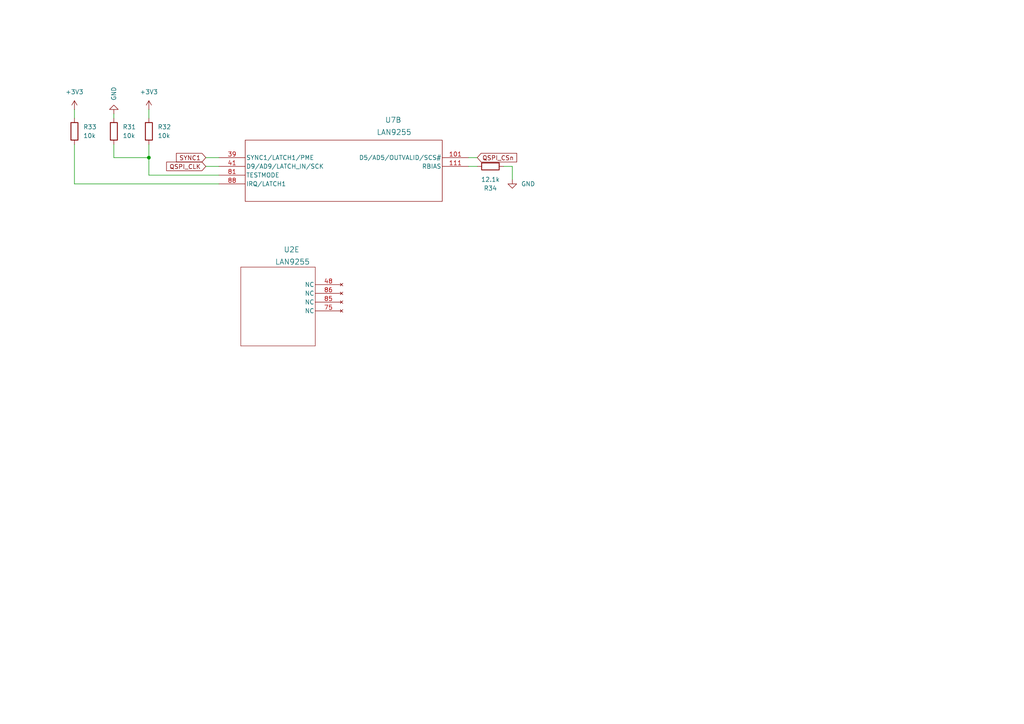
<source format=kicad_sch>
(kicad_sch (version 20231120) (generator "eeschema") (generator_version "8.0")
  (paper "A4")
  (lib_symbols
    (symbol "Device:R" (pin_numbers hide) (pin_names (offset 0))
      (property "Reference" "R" (at 2.032 0 90))
      (property "Value" "R" (at 0 0 90))
      (symbol "R_0_1"
        (rectangle (start -1.016 -2.54) (end 1.016 2.54) (stroke (width 0.254)))
      )
      (symbol "R_1_1"
        (pin passive line (at 0 3.81 270) (length 1.27) (name "~") (number "1"))
        (pin passive line (at 0 -3.81 90) (length 1.27) (name "~") (number "2"))
      )
    )
    (symbol "LAN9255_1" (pin_names (offset 0.254))
      (property "Reference" "U7" (at 48.006 -1.778 0))
      (property "Value" "LAN9255" (at 48.26 -5.334 0))
      (symbol "LAN9255_1_1_1"
        (rectangle (start 93.98 6.35) (end 160.02 -16.51))
        (pin bidirectional line (at 167.64 -10.16 180) (length 7.62) (name "WAIT_ACK/PME/LATCH0/EE_EMUL_SPI3") (number "18"))
        (pin bidirectional line (at 167.64 -2.54 180) (length 7.62) (name "D2/AD2/SOF/SIO2/EE_EMUL_SPI0") (number "24"))
        (pin bidirectional line (at 167.64 0 180) (length 7.62) (name "D1/AD1/EOF/SO/SIO1") (number "26"))
        (pin bidirectional line (at 167.64 2.54 180) (length 7.62) (name "D0/AD0/WD_STATE/SI/SIO0") (number "38"))
        (pin bidirectional line (at 167.64 -7.62 180) (length 7.62) (name "A1/ALELO/OE_EXT/MII_CLK25/EE_EMUL_SPI2") (number "53"))
        (pin bidirectional line (at 167.64 -5.08 180) (length 7.62) (name "D3/AD3/WE_TRIG/SIO3/EE_EMUL_SPI1") (number "71"))
      )
      (symbol "LAN9255_1_2_1"
        (rectangle (start 5.08 -7.62) (end 62.23 -25.4))
        (pin bidirectional line (at 69.85 -12.7 180) (length 7.62) (name "D5/AD5/OUTVALID/SCS#") (number "101"))
        (pin bidirectional line (at 69.85 -15.24 180) (length 7.62) (name "RBIAS") (number "111"))
        (pin bidirectional line (at -2.54 -12.7 0) (length 7.62) (name "SYNC1/LATCH1/PME") (number "39"))
        (pin bidirectional line (at -2.54 -15.24 0) (length 7.62) (name "D9/AD9/LATCH_IN/SCK") (number "41"))
        (pin unspecified line (at -2.54 -17.78 0) (length 7.62) (name "TESTMODE") (number "81"))
        (pin bidirectional line (at -2.54 -20.32 0) (length 7.62) (name "IRQ/LATCH1") (number "88"))
      )
      (symbol "LAN9255_1_3_1"
        (polyline (pts (xy 8.89 -97.79) (xy 63.5 -97.79)) (stroke (width 0.127)))
        (polyline (pts (xy 8.89 -6.35) (xy 8.89 -97.79)) (stroke (width 0.127)))
        (polyline (pts (xy 63.5 -6.35) (xy 8.89 -6.35)) (stroke (width 0.127)))
        (polyline (pts (xy 63.5 -6.35) (xy 63.5 -97.79)) (stroke (width 0.127)))
        (pin power_in line (at 1.27 -17.78 0) (length 7.62) (name "VDD33TXRX1") (number "102"))
        (pin power_in line (at 1.27 -85.09 0) (length 7.62) (name "VDDCORE") (number "109"))
        (pin power_in line (at 71.12 -45.72 180) (length 7.62) (name "VDD12TX1") (number "110"))
        (pin power_in line (at 1.27 -22.86 0) (length 7.62) (name "VDD33BIAS") (number "112"))
        (pin power_in line (at 71.12 -43.18 180) (length 7.62) (name "VDD12TX2") (number "113"))
        (pin power_in line (at 1.27 -82.55 0) (length 7.62) (name "VSW") (number "114"))
        (pin power_in line (at 1.27 -52.07 0) (length 7.62) (name "VDDIO_S") (number "117"))
        (pin power_in line (at 1.27 -38.1 0) (length 7.62) (name "VDDCR") (number "12"))
        (pin power_in line (at 1.27 -20.32 0) (length 7.62) (name "VDD33TXRX2") (number "124"))
        (pin unspecified line (at 1.27 -27.94 0) (length 7.62) (name "REG_EN") (number "13"))
        (pin power_out line (at 69.85 -83.82 180) (length 7.62) (name "GNDANA") (number "15"))
        (pin power_in line (at 69.85 -81.28 180) (length 7.62) (name "VDDANA") (number "16"))
        (pin power_in line (at 1.27 -73.66 0) (length 7.62) (name "VDDIO_J") (number "29"))
        (pin power_in line (at 1.27 -49.53 0) (length 7.62) (name "VDDIOB") (number "37"))
        (pin power_in line (at 71.12 -17.78 180) (length 7.62) hide (name "OSCVDD12") (number "4"))
        (pin power_in line (at 1.27 -63.5 0) (length 7.62) (name "VDDIO_J") (number "45"))
        (pin power_in line (at 1.27 -43.18 0) (length 7.62) (name "VDDCR") (number "52"))
        (pin power_out line (at 71.12 -15.24 180) (length 7.62) (name "OSCVSS") (number "6"))
        (pin power_in line (at 1.27 -66.04 0) (length 7.62) (name "VDDIO_J") (number "60"))
        (pin power_in line (at 1.27 -54.61 0) (length 7.62) (name "VDDIO_S") (number "65"))
        (pin power_in line (at 1.27 -15.24 0) (length 7.62) (name "VDD33") (number "7"))
        (pin power_in line (at 1.27 -68.58 0) (length 7.62) (name "VDDIO_J") (number "74"))
        (pin power_in line (at 1.27 -40.64 0) (length 7.62) (name "VDDCR") (number "76"))
        (pin power_in line (at 1.27 -71.12 0) (length 7.62) (name "VDDIO_J") (number "94"))
        (pin power_in line (at 1.27 -57.15 0) (length 7.62) (name "VDDIO_S") (number "97"))
        (pin power_out line (at 63.5 -66.04 180) (length 7.62) (name "VSS") (number "EPAD"))
      )
      (symbol "LAN9255_1_4_1"
        (polyline (pts (xy 7.62 -21.59) (xy 76.2 -21.59)) (stroke (width 0.127)))
        (polyline (pts (xy 7.62 5.08) (xy 7.62 -21.59)) (stroke (width 0.127)))
        (polyline (pts (xy 76.2 -21.59) (xy 76.2 5.08)) (stroke (width 0.127)))
        (polyline (pts (xy 76.2 5.08) (xy 7.62 5.08)) (stroke (width 0.127)))
        (pin output line (at 0 -1.27 0) (length 7.62) (name "OSCO") (number "1"))
        (pin unspecified line (at 83.82 1.27 180) (length 7.62) (name "RESETN_E53") (number "108"))
        (pin input line (at 0 2.54 0) (length 7.62) (name "OSCI") (number "128"))
        (pin bidirectional line (at 0 -7.62 0) (length 7.62) (name "CLK_25/CLK_25_EN/XTAL_MODE") (number "14"))
        (pin unspecified line (at 83.82 -6.35 180) (length 7.62) (name "RST#") (number "21"))
      )
      (symbol "LAN9255_1_5_1"
        (polyline (pts (xy 7.62 -17.78) (xy 29.21 -17.78)) (stroke (width 0.127)))
        (polyline (pts (xy 7.62 5.08) (xy 7.62 -17.78)) (stroke (width 0.127)))
        (polyline (pts (xy 29.21 -17.78) (xy 29.21 5.08)) (stroke (width 0.127)))
        (polyline (pts (xy 29.21 5.08) (xy 7.62 5.08)) (stroke (width 0.127)))
        (pin no_connect line (at 36.83 0 180) (length 7.62) (name "NC") (number "48"))
        (pin no_connect line (at 36.83 -7.62 180) (length 7.62) (name "NC") (number "75"))
        (pin no_connect line (at 36.83 -5.08 180) (length 7.62) (name "NC") (number "85"))
        (pin no_connect line (at 36.83 -2.54 180) (length 7.62) (name "NC") (number "86"))
      )
      (symbol "LAN9255_1_6_1"
        (rectangle (start 69.85 -5.08) (end 133.35 -78.74))
        (pin bidirectional line (at 140.97 -10.16 180) (length 7.62) (name "TXNA") (number "103"))
        (pin bidirectional line (at 140.97 -13.97 180) (length 7.62) (name "TXPA") (number "104"))
        (pin bidirectional line (at 140.97 -17.78 180) (length 7.62) (name "RXNA") (number "105"))
        (pin bidirectional line (at 140.97 -21.59 180) (length 7.62) (name "RXPA") (number "106"))
        (pin bidirectional line (at 140.97 -59.69 180) (length 7.62) (name "RXPB") (number "115"))
        (pin bidirectional line (at 140.97 -63.5 180) (length 7.62) (name "RXNB") (number "116"))
        (pin bidirectional line (at 140.97 -67.31 180) (length 7.62) (name "TXPB") (number "118"))
        (pin bidirectional line (at 140.97 -71.12 180) (length 7.62) (name "TXNB") (number "119"))
        (pin bidirectional line (at 62.23 -10.16 0) (length 7.62) (name "ERRLED/PME/100FD_B/LEDPOL4") (number "17"))
        (pin bidirectional line (at 62.23 -15.24 0) (length 7.62) (name "SYNC0/LATCH0/PME") (number "70"))
        (pin bidirectional line (at 62.23 -20.32 0) (length 7.62) (name "EESDA/TMS/EE_EMUL1") (number "82"))
        (pin bidirectional line (at 62.23 -25.4 0) (length 7.62) (name "EESCL/TCK/EE_EMUL2") (number "83"))
        (pin bidirectional line (at 62.23 -30.48 0) (length 7.62) (name "RUNLED/STATE_RUNLED/E2PSIZE/EE_EMUL0/LEDPOL3") (number "89"))
        (pin bidirectional line (at 62.23 -35.56 0) (length 7.62) (name "LINKACTLED1/TDI/CHIP_MODE1/LEDPOL1") (number "90"))
        (pin bidirectional line (at 62.23 -40.64 0) (length 7.62) (name "LINKACTLED0/TDO/CHIP_MODE0/LEDPOL0") (number "95"))
      )
      (symbol "LAN9255_1_7_1"
        (rectangle (start 64.77 7.62) (end 160.02 -60.96))
        (pin bidirectional line (at 167.64 -35.56 180) (length 7.62) (name "D4/AD4/DIGIO3/GPI3/GPO3/MII_LINK") (number "100"))
        (pin bidirectional line (at 167.64 -50.8 180) (length 7.62) (name "D14/AD14/DIGIO8/GPI8/GPO8/MII_TXD3/TX_SHIFT1") (number "31"))
        (pin bidirectional line (at 167.64 -48.26 180) (length 7.62) (name "D13/AD13/DIGIO7/GPI7/GPO7/MII_TXD2/TX_SHIFT0") (number "32"))
        (pin bidirectional line (at 167.64 -22.86 180) (length 7.62) (name "D12/AD12/DIGIO6/GPI6/GPO6/MII_TXD1/100FD_B") (number "49"))
        (pin bidirectional line (at 167.64 -20.32 180) (length 7.62) (name "D11/AD11/DIGIO5/GPI5/GPO5/MII_TXD0/100FD_A") (number "50"))
        (pin bidirectional line (at 167.64 -17.78 180) (length 7.62) (name "D10/AD10/DIGIO4/GPI4/GPO4/MII_TXEN") (number "51"))
        (pin bidirectional line (at 167.64 -10.16 180) (length 7.62) (name "A3/BE0/DIGIO11/GPI11/GPO11/MII_RXDV") (number "54"))
        (pin bidirectional line (at 167.64 -7.62 180) (length 7.62) (name "A4/BE1/DIGIO12/GPI12/GPO12/MII_RXD0") (number "55"))
        (pin bidirectional line (at 167.64 -5.08 180) (length 7.62) (name "CS/DIGIO13/GPI13/GPO13/MII_RXD1") (number "56"))
        (pin bidirectional line (at 167.64 -43.18 180) (length 7.62) (name "A2/ALEHI/DIGIO10/GPI10/GPO10/LINKACTLED2/EE_EMUL_ALELO_POL/MII_LINKPOL/LEDPOL2") (number "57"))
        (pin bidirectional line (at 167.64 0 180) (length 7.62) (name "WR/ENB/DIGIO14/GPI14/GPO14/MII_RXD2") (number "58"))
        (pin bidirectional line (at 167.64 2.54 180) (length 7.62) (name "RD/RD_WR/DIGIO15/GPI15/GPO15/MII_RXD3") (number "59"))
        (pin bidirectional line (at 167.64 -38.1 180) (length 7.62) (name "A0/D15/AD15/DIGIO9/GPI9/GPO9/MII_RXER") (number "66"))
        (pin bidirectional line (at 167.64 -27.94 180) (length 7.62) (name "D6/AD6/DIGIO0/GPI0/GPO0/MII_RXCLK") (number "72"))
        (pin bidirectional line (at 167.64 -30.48 180) (length 7.62) (name "D7/AD7/DIGIO1/GPI1/GPO1/MII_MDC") (number "78"))
        (pin bidirectional line (at 167.64 -33.02 180) (length 7.62) (name "D8/AD8/DIGIO2/GPI2/GPO2/MII_MDIO") (number "80"))
      )
      (symbol "LAN9255_1_8_1"
        (rectangle (start 118.11 6.35) (end 160.02 -78.74))
        (pin bidirectional line (at 167.64 -24.13 180) (length 7.62) (name "PA27") (number "107"))
        (pin bidirectional line (at 167.64 -29.21 180) (length 7.62) (name "PA30") (number "120"))
        (pin bidirectional line (at 167.64 -26.67 180) (length 7.62) (name "PA31") (number "121"))
        (pin bidirectional line (at 167.64 -60.96 180) (length 7.62) (name "PA04") (number "25"))
        (pin bidirectional line (at 167.64 -58.42 180) (length 7.62) (name "PA05") (number "27"))
        (pin bidirectional line (at 167.64 -55.88 180) (length 7.62) (name "PA06") (number "28"))
        (pin bidirectional line (at 167.64 -71.12 180) (length 7.62) (name "PA00") (number "3"))
        (pin bidirectional line (at 167.64 -53.34 180) (length 7.62) (name "PA07") (number "30"))
        (pin bidirectional line (at 167.64 -50.8 180) (length 7.62) (name "PA08") (number "33"))
        (pin bidirectional line (at 167.64 -48.26 180) (length 7.62) (name "PA09") (number "34"))
        (pin bidirectional line (at 167.64 -45.72 180) (length 7.62) (name "PA10") (number "35"))
        (pin bidirectional line (at 167.64 -43.18 180) (length 7.62) (name "PA11") (number "36"))
        (pin bidirectional line (at 167.64 -68.58 180) (length 7.62) (name "PA01") (number "5"))
        (pin bidirectional line (at 167.64 -40.64 180) (length 7.62) (name "PA12") (number "61"))
        (pin bidirectional line (at 167.64 -38.1 180) (length 7.62) (name "PA13") (number "62"))
        (pin bidirectional line (at 167.64 -35.56 180) (length 7.62) (name "PA14") (number "63"))
        (pin bidirectional line (at 167.64 -33.02 180) (length 7.62) (name "PA15") (number "64"))
        (pin bidirectional line (at 167.64 0 180) (length 7.62) (name "PA16") (number "67"))
        (pin bidirectional line (at 167.64 -2.54 180) (length 7.62) (name "PA17") (number "68"))
        (pin bidirectional line (at 167.64 -5.08 180) (length 7.62) (name "PA18") (number "69"))
        (pin bidirectional line (at 167.64 -7.62 180) (length 7.62) (name "PA19") (number "73"))
        (pin bidirectional line (at 167.64 -66.04 180) (length 7.62) (name "PA02") (number "8"))
        (pin bidirectional line (at 167.64 -10.16 180) (length 7.62) (name "PA20") (number "84"))
        (pin bidirectional line (at 167.64 -12.7 180) (length 7.62) (name "PA21") (number "87"))
        (pin bidirectional line (at 167.64 -63.5 180) (length 7.62) (name "PA03") (number "9"))
        (pin bidirectional line (at 167.64 -15.24 180) (length 7.62) (name "PA22") (number "91"))
        (pin bidirectional line (at 167.64 -17.78 180) (length 7.62) (name "PA23") (number "92"))
        (pin bidirectional line (at 167.64 -20.32 180) (length 7.62) (name "PA24") (number "93"))
        (pin bidirectional line (at 167.64 2.54 180) (length 7.62) (name "PA25") (number "96"))
      )
      (symbol "LAN9255_1_9_1"
        (rectangle (start 107.95 6.35) (end 160.02 -71.12))
        (pin bidirectional line (at 167.64 -1.27 180) (length 7.62) (name "PB04") (number "10"))
        (pin bidirectional line (at 167.64 -3.81 180) (length 7.62) (name "PB05") (number "11"))
        (pin bidirectional line (at 167.64 -35.56 180) (length 7.62) (name "PB30") (number "122"))
        (pin bidirectional line (at 167.64 -33.02 180) (length 7.62) (name "PB31") (number "123"))
        (pin bidirectional line (at 167.64 -60.96 180) (length 7.62) (name "PB00") (number "125"))
        (pin bidirectional line (at 167.64 -58.42 180) (length 7.62) (name "PB01") (number "126"))
        (pin bidirectional line (at 167.64 -55.88 180) (length 7.62) (name "PB02") (number "127"))
        (pin bidirectional line (at 167.64 -6.35 180) (length 7.62) (name "PB06") (number "19"))
        (pin bidirectional line (at 167.64 1.27 180) (length 7.62) (name "PB03") (number "2"))
        (pin bidirectional line (at 167.64 -8.89 180) (length 7.62) (name "PB07") (number "20"))
        (pin bidirectional line (at 167.64 -11.43 180) (length 7.62) (name "PB08") (number "22"))
        (pin bidirectional line (at 167.64 -13.97 180) (length 7.62) (name "PB09") (number "23"))
        (pin bidirectional line (at 167.64 -16.51 180) (length 7.62) (name "PB10") (number "40"))
        (pin bidirectional line (at 167.64 -19.05 180) (length 7.62) (name "PB11") (number "42"))
        (pin bidirectional line (at 167.64 -21.59 180) (length 7.62) (name "PB12") (number "43"))
        (pin bidirectional line (at 167.64 -24.13 180) (length 7.62) (name "PB13") (number "44"))
        (pin bidirectional line (at 167.64 -26.67 180) (length 7.62) (name "PB14") (number "46"))
        (pin bidirectional line (at 167.64 -29.21 180) (length 7.62) (name "PB15") (number "47"))
        (pin bidirectional line (at 167.64 -48.26 180) (length 7.62) (name "PB16") (number "77"))
        (pin bidirectional line (at 167.64 -45.72 180) (length 7.62) (name "PB17") (number "79"))
        (pin bidirectional line (at 167.64 -43.18 180) (length 7.62) (name "PB22") (number "98"))
        (pin bidirectional line (at 167.64 -40.64 180) (length 7.62) (name "PB23") (number "99"))
      )
    )
    (symbol "LAN9255_3" (pin_names (offset 0.254))
      (property "Reference" "U7" (at 48.006 -1.778 0))
      (property "Value" "LAN9255" (at 48.26 -5.334 0))
      (symbol "LAN9255_3_1_1"
        (rectangle (start 93.98 6.35) (end 160.02 -16.51))
        (pin bidirectional line (at 167.64 -10.16 180) (length 7.62) (name "WAIT_ACK/PME/LATCH0/EE_EMUL_SPI3") (number "18"))
        (pin bidirectional line (at 167.64 -2.54 180) (length 7.62) (name "D2/AD2/SOF/SIO2/EE_EMUL_SPI0") (number "24"))
        (pin bidirectional line (at 167.64 0 180) (length 7.62) (name "D1/AD1/EOF/SO/SIO1") (number "26"))
        (pin bidirectional line (at 167.64 2.54 180) (length 7.62) (name "D0/AD0/WD_STATE/SI/SIO0") (number "38"))
        (pin bidirectional line (at 167.64 -7.62 180) (length 7.62) (name "A1/ALELO/OE_EXT/MII_CLK25/EE_EMUL_SPI2") (number "53"))
        (pin bidirectional line (at 167.64 -5.08 180) (length 7.62) (name "D3/AD3/WE_TRIG/SIO3/EE_EMUL_SPI1") (number "71"))
      )
      (symbol "LAN9255_3_2_1"
        (rectangle (start 5.08 -7.62) (end 62.23 -25.4))
        (pin bidirectional line (at 69.85 -12.7 180) (length 7.62) (name "D5/AD5/OUTVALID/SCS#") (number "101"))
        (pin bidirectional line (at 69.85 -15.24 180) (length 7.62) (name "RBIAS") (number "111"))
        (pin bidirectional line (at -2.54 -12.7 0) (length 7.62) (name "SYNC1/LATCH1/PME") (number "39"))
        (pin bidirectional line (at -2.54 -15.24 0) (length 7.62) (name "D9/AD9/LATCH_IN/SCK") (number "41"))
        (pin unspecified line (at -2.54 -17.78 0) (length 7.62) (name "TESTMODE") (number "81"))
        (pin bidirectional line (at -2.54 -20.32 0) (length 7.62) (name "IRQ/LATCH1") (number "88"))
      )
      (symbol "LAN9255_3_3_1"
        (polyline (pts (xy 8.89 -97.79) (xy 63.5 -97.79)) (stroke (width 0.127)))
        (polyline (pts (xy 8.89 -6.35) (xy 8.89 -97.79)) (stroke (width 0.127)))
        (polyline (pts (xy 63.5 -6.35) (xy 8.89 -6.35)) (stroke (width 0.127)))
        (polyline (pts (xy 63.5 -6.35) (xy 63.5 -97.79)) (stroke (width 0.127)))
        (pin power_in line (at 1.27 -17.78 0) (length 7.62) (name "VDD33TXRX1") (number "102"))
        (pin power_in line (at 1.27 -85.09 0) (length 7.62) (name "VDDCORE") (number "109"))
        (pin power_in line (at 71.12 -45.72 180) (length 7.62) (name "VDD12TX1") (number "110"))
        (pin power_in line (at 1.27 -22.86 0) (length 7.62) (name "VDD33BIAS") (number "112"))
        (pin power_in line (at 71.12 -43.18 180) (length 7.62) (name "VDD12TX2") (number "113"))
        (pin power_in line (at 1.27 -82.55 0) (length 7.62) (name "VSW") (number "114"))
        (pin power_in line (at 1.27 -52.07 0) (length 7.62) (name "VDDIO_S") (number "117"))
        (pin power_in line (at 1.27 -38.1 0) (length 7.62) (name "VDDCR") (number "12"))
        (pin power_in line (at 1.27 -20.32 0) (length 7.62) (name "VDD33TXRX2") (number "124"))
        (pin unspecified line (at 1.27 -27.94 0) (length 7.62) (name "REG_EN") (number "13"))
        (pin power_out line (at 69.85 -83.82 180) (length 7.62) (name "GNDANA") (number "15"))
        (pin power_in line (at 69.85 -81.28 180) (length 7.62) (name "VDDANA") (number "16"))
        (pin power_in line (at 1.27 -73.66 0) (length 7.62) (name "VDDIO_J") (number "29"))
        (pin power_in line (at 1.27 -49.53 0) (length 7.62) (name "VDDIOB") (number "37"))
        (pin power_in line (at 71.12 -17.78 180) (length 7.62) hide (name "OSCVDD12") (number "4"))
        (pin power_in line (at 1.27 -63.5 0) (length 7.62) (name "VDDIO_J") (number "45"))
        (pin power_in line (at 1.27 -43.18 0) (length 7.62) (name "VDDCR") (number "52"))
        (pin power_out line (at 71.12 -15.24 180) (length 7.62) (name "OSCVSS") (number "6"))
        (pin power_in line (at 1.27 -66.04 0) (length 7.62) (name "VDDIO_J") (number "60"))
        (pin power_in line (at 1.27 -54.61 0) (length 7.62) (name "VDDIO_S") (number "65"))
        (pin power_in line (at 1.27 -15.24 0) (length 7.62) (name "VDD33") (number "7"))
        (pin power_in line (at 1.27 -68.58 0) (length 7.62) (name "VDDIO_J") (number "74"))
        (pin power_in line (at 1.27 -40.64 0) (length 7.62) (name "VDDCR") (number "76"))
        (pin power_in line (at 1.27 -71.12 0) (length 7.62) (name "VDDIO_J") (number "94"))
        (pin power_in line (at 1.27 -57.15 0) (length 7.62) (name "VDDIO_S") (number "97"))
        (pin power_out line (at 63.5 -66.04 180) (length 7.62) (name "VSS") (number "EPAD"))
      )
      (symbol "LAN9255_3_4_1"
        (polyline (pts (xy 7.62 -21.59) (xy 76.2 -21.59)) (stroke (width 0.127)))
        (polyline (pts (xy 7.62 5.08) (xy 7.62 -21.59)) (stroke (width 0.127)))
        (polyline (pts (xy 76.2 -21.59) (xy 76.2 5.08)) (stroke (width 0.127)))
        (polyline (pts (xy 76.2 5.08) (xy 7.62 5.08)) (stroke (width 0.127)))
        (pin output line (at 0 -1.27 0) (length 7.62) (name "OSCO") (number "1"))
        (pin unspecified line (at 83.82 1.27 180) (length 7.62) (name "RESETN_E53") (number "108"))
        (pin input line (at 0 2.54 0) (length 7.62) (name "OSCI") (number "128"))
        (pin bidirectional line (at 0 -7.62 0) (length 7.62) (name "CLK_25/CLK_25_EN/XTAL_MODE") (number "14"))
        (pin unspecified line (at 83.82 -6.35 180) (length 7.62) (name "RST#") (number "21"))
      )
      (symbol "LAN9255_3_5_1"
        (polyline (pts (xy 7.62 -17.78) (xy 29.21 -17.78)) (stroke (width 0.127)))
        (polyline (pts (xy 7.62 5.08) (xy 7.62 -17.78)) (stroke (width 0.127)))
        (polyline (pts (xy 29.21 -17.78) (xy 29.21 5.08)) (stroke (width 0.127)))
        (polyline (pts (xy 29.21 5.08) (xy 7.62 5.08)) (stroke (width 0.127)))
        (pin no_connect line (at 36.83 0 180) (length 7.62) (name "NC") (number "48"))
        (pin no_connect line (at 36.83 -7.62 180) (length 7.62) (name "NC") (number "75"))
        (pin no_connect line (at 36.83 -5.08 180) (length 7.62) (name "NC") (number "85"))
        (pin no_connect line (at 36.83 -2.54 180) (length 7.62) (name "NC") (number "86"))
      )
      (symbol "LAN9255_3_6_1"
        (rectangle (start 69.85 -5.08) (end 133.35 -78.74))
        (pin bidirectional line (at 140.97 -10.16 180) (length 7.62) (name "TXNA") (number "103"))
        (pin bidirectional line (at 140.97 -13.97 180) (length 7.62) (name "TXPA") (number "104"))
        (pin bidirectional line (at 140.97 -17.78 180) (length 7.62) (name "RXNA") (number "105"))
        (pin bidirectional line (at 140.97 -21.59 180) (length 7.62) (name "RXPA") (number "106"))
        (pin bidirectional line (at 140.97 -59.69 180) (length 7.62) (name "RXPB") (number "115"))
        (pin bidirectional line (at 140.97 -63.5 180) (length 7.62) (name "RXNB") (number "116"))
        (pin bidirectional line (at 140.97 -67.31 180) (length 7.62) (name "TXPB") (number "118"))
        (pin bidirectional line (at 140.97 -71.12 180) (length 7.62) (name "TXNB") (number "119"))
        (pin bidirectional line (at 62.23 -10.16 0) (length 7.62) (name "ERRLED/PME/100FD_B/LEDPOL4") (number "17"))
        (pin bidirectional line (at 62.23 -15.24 0) (length 7.62) (name "SYNC0/LATCH0/PME") (number "70"))
        (pin bidirectional line (at 62.23 -20.32 0) (length 7.62) (name "EESDA/TMS/EE_EMUL1") (number "82"))
        (pin bidirectional line (at 62.23 -25.4 0) (length 7.62) (name "EESCL/TCK/EE_EMUL2") (number "83"))
        (pin bidirectional line (at 62.23 -30.48 0) (length 7.62) (name "RUNLED/STATE_RUNLED/E2PSIZE/EE_EMUL0/LEDPOL3") (number "89"))
        (pin bidirectional line (at 62.23 -35.56 0) (length 7.62) (name "LINKACTLED1/TDI/CHIP_MODE1/LEDPOL1") (number "90"))
        (pin bidirectional line (at 62.23 -40.64 0) (length 7.62) (name "LINKACTLED0/TDO/CHIP_MODE0/LEDPOL0") (number "95"))
      )
      (symbol "LAN9255_3_7_1"
        (rectangle (start 64.77 7.62) (end 160.02 -60.96))
        (pin bidirectional line (at 167.64 -35.56 180) (length 7.62) (name "D4/AD4/DIGIO3/GPI3/GPO3/MII_LINK") (number "100"))
        (pin bidirectional line (at 167.64 -50.8 180) (length 7.62) (name "D14/AD14/DIGIO8/GPI8/GPO8/MII_TXD3/TX_SHIFT1") (number "31"))
        (pin bidirectional line (at 167.64 -48.26 180) (length 7.62) (name "D13/AD13/DIGIO7/GPI7/GPO7/MII_TXD2/TX_SHIFT0") (number "32"))
        (pin bidirectional line (at 167.64 -22.86 180) (length 7.62) (name "D12/AD12/DIGIO6/GPI6/GPO6/MII_TXD1/100FD_B") (number "49"))
        (pin bidirectional line (at 167.64 -20.32 180) (length 7.62) (name "D11/AD11/DIGIO5/GPI5/GPO5/MII_TXD0/100FD_A") (number "50"))
        (pin bidirectional line (at 167.64 -17.78 180) (length 7.62) (name "D10/AD10/DIGIO4/GPI4/GPO4/MII_TXEN") (number "51"))
        (pin bidirectional line (at 167.64 -10.16 180) (length 7.62) (name "A3/BE0/DIGIO11/GPI11/GPO11/MII_RXDV") (number "54"))
        (pin bidirectional line (at 167.64 -7.62 180) (length 7.62) (name "A4/BE1/DIGIO12/GPI12/GPO12/MII_RXD0") (number "55"))
        (pin bidirectional line (at 167.64 -5.08 180) (length 7.62) (name "CS/DIGIO13/GPI13/GPO13/MII_RXD1") (number "56"))
        (pin bidirectional line (at 167.64 -43.18 180) (length 7.62) (name "A2/ALEHI/DIGIO10/GPI10/GPO10/LINKACTLED2/EE_EMUL_ALELO_POL/MII_LINKPOL/LEDPOL2") (number "57"))
        (pin bidirectional line (at 167.64 0 180) (length 7.62) (name "WR/ENB/DIGIO14/GPI14/GPO14/MII_RXD2") (number "58"))
        (pin bidirectional line (at 167.64 2.54 180) (length 7.62) (name "RD/RD_WR/DIGIO15/GPI15/GPO15/MII_RXD3") (number "59"))
        (pin bidirectional line (at 167.64 -38.1 180) (length 7.62) (name "A0/D15/AD15/DIGIO9/GPI9/GPO9/MII_RXER") (number "66"))
        (pin bidirectional line (at 167.64 -27.94 180) (length 7.62) (name "D6/AD6/DIGIO0/GPI0/GPO0/MII_RXCLK") (number "72"))
        (pin bidirectional line (at 167.64 -30.48 180) (length 7.62) (name "D7/AD7/DIGIO1/GPI1/GPO1/MII_MDC") (number "78"))
        (pin bidirectional line (at 167.64 -33.02 180) (length 7.62) (name "D8/AD8/DIGIO2/GPI2/GPO2/MII_MDIO") (number "80"))
      )
      (symbol "LAN9255_3_8_1"
        (rectangle (start 118.11 6.35) (end 160.02 -78.74))
        (pin bidirectional line (at 167.64 -24.13 180) (length 7.62) (name "PA27") (number "107"))
        (pin bidirectional line (at 167.64 -29.21 180) (length 7.62) (name "PA30") (number "120"))
        (pin bidirectional line (at 167.64 -26.67 180) (length 7.62) (name "PA31") (number "121"))
        (pin bidirectional line (at 167.64 -60.96 180) (length 7.62) (name "PA04") (number "25"))
        (pin bidirectional line (at 167.64 -58.42 180) (length 7.62) (name "PA05") (number "27"))
        (pin bidirectional line (at 167.64 -55.88 180) (length 7.62) (name "PA06") (number "28"))
        (pin bidirectional line (at 167.64 -71.12 180) (length 7.62) (name "PA00") (number "3"))
        (pin bidirectional line (at 167.64 -53.34 180) (length 7.62) (name "PA07") (number "30"))
        (pin bidirectional line (at 167.64 -50.8 180) (length 7.62) (name "PA08") (number "33"))
        (pin bidirectional line (at 167.64 -48.26 180) (length 7.62) (name "PA09") (number "34"))
        (pin bidirectional line (at 167.64 -45.72 180) (length 7.62) (name "PA10") (number "35"))
        (pin bidirectional line (at 167.64 -43.18 180) (length 7.62) (name "PA11") (number "36"))
        (pin bidirectional line (at 167.64 -68.58 180) (length 7.62) (name "PA01") (number "5"))
        (pin bidirectional line (at 167.64 -40.64 180) (length 7.62) (name "PA12") (number "61"))
        (pin bidirectional line (at 167.64 -38.1 180) (length 7.62) (name "PA13") (number "62"))
        (pin bidirectional line (at 167.64 -35.56 180) (length 7.62) (name "PA14") (number "63"))
        (pin bidirectional line (at 167.64 -33.02 180) (length 7.62) (name "PA15") (number "64"))
        (pin bidirectional line (at 167.64 0 180) (length 7.62) (name "PA16") (number "67"))
        (pin bidirectional line (at 167.64 -2.54 180) (length 7.62) (name "PA17") (number "68"))
        (pin bidirectional line (at 167.64 -5.08 180) (length 7.62) (name "PA18") (number "69"))
        (pin bidirectional line (at 167.64 -7.62 180) (length 7.62) (name "PA19") (number "73"))
        (pin bidirectional line (at 167.64 -66.04 180) (length 7.62) (name "PA02") (number "8"))
        (pin bidirectional line (at 167.64 -10.16 180) (length 7.62) (name "PA20") (number "84"))
        (pin bidirectional line (at 167.64 -12.7 180) (length 7.62) (name "PA21") (number "87"))
        (pin bidirectional line (at 167.64 -63.5 180) (length 7.62) (name "PA03") (number "9"))
        (pin bidirectional line (at 167.64 -15.24 180) (length 7.62) (name "PA22") (number "91"))
        (pin bidirectional line (at 167.64 -17.78 180) (length 7.62) (name "PA23") (number "92"))
        (pin bidirectional line (at 167.64 -20.32 180) (length 7.62) (name "PA24") (number "93"))
        (pin bidirectional line (at 167.64 2.54 180) (length 7.62) (name "PA25") (number "96"))
      )
      (symbol "LAN9255_3_9_1"
        (rectangle (start 107.95 6.35) (end 160.02 -71.12))
        (pin bidirectional line (at 167.64 -1.27 180) (length 7.62) (name "PB04") (number "10"))
        (pin bidirectional line (at 167.64 -3.81 180) (length 7.62) (name "PB05") (number "11"))
        (pin bidirectional line (at 167.64 -35.56 180) (length 7.62) (name "PB30") (number "122"))
        (pin bidirectional line (at 167.64 -33.02 180) (length 7.62) (name "PB31") (number "123"))
        (pin bidirectional line (at 167.64 -60.96 180) (length 7.62) (name "PB00") (number "125"))
        (pin bidirectional line (at 167.64 -58.42 180) (length 7.62) (name "PB01") (number "126"))
        (pin bidirectional line (at 167.64 -55.88 180) (length 7.62) (name "PB02") (number "127"))
        (pin bidirectional line (at 167.64 -6.35 180) (length 7.62) (name "PB06") (number "19"))
        (pin bidirectional line (at 167.64 1.27 180) (length 7.62) (name "PB03") (number "2"))
        (pin bidirectional line (at 167.64 -8.89 180) (length 7.62) (name "PB07") (number "20"))
        (pin bidirectional line (at 167.64 -11.43 180) (length 7.62) (name "PB08") (number "22"))
        (pin bidirectional line (at 167.64 -13.97 180) (length 7.62) (name "PB09") (number "23"))
        (pin bidirectional line (at 167.64 -16.51 180) (length 7.62) (name "PB10") (number "40"))
        (pin bidirectional line (at 167.64 -19.05 180) (length 7.62) (name "PB11") (number "42"))
        (pin bidirectional line (at 167.64 -21.59 180) (length 7.62) (name "PB12") (number "43"))
        (pin bidirectional line (at 167.64 -24.13 180) (length 7.62) (name "PB13") (number "44"))
        (pin bidirectional line (at 167.64 -26.67 180) (length 7.62) (name "PB14") (number "46"))
        (pin bidirectional line (at 167.64 -29.21 180) (length 7.62) (name "PB15") (number "47"))
        (pin bidirectional line (at 167.64 -48.26 180) (length 7.62) (name "PB16") (number "77"))
        (pin bidirectional line (at 167.64 -45.72 180) (length 7.62) (name "PB17") (number "79"))
        (pin bidirectional line (at 167.64 -43.18 180) (length 7.62) (name "PB22") (number "98"))
        (pin bidirectional line (at 167.64 -40.64 180) (length 7.62) (name "PB23") (number "99"))
      )
    )
    (symbol "power:+3V3" (power) (pin_numbers hide) (pin_names (offset 0) hide)
      (property "Value" "+3V3" (at 0 3.556 0))
      (symbol "+3V3_0_1"
        (polyline (pts (xy -0.762 1.27) (xy 0 2.54)))
        (polyline (pts (xy 0 0) (xy 0 2.54)))
        (polyline (pts (xy 0 2.54) (xy 0.762 1.27)))
      )
      (symbol "+3V3_1_1"
        (pin power_in line (at 0 0 90) (length 0) (name "~") (number "1"))
      )
    )
    (symbol "power:GND" (power) (pin_numbers hide) (pin_names (offset 0) hide)
      (property "Value" "GND" (at 0 -3.81 0))
      (symbol "GND_0_1"
        (polyline (pts (xy 0 0) (xy 0 -1.27) (xy 1.27 -1.27) (xy 0 -2.54) (xy -1.27 -1.27) (xy 0 -1.27)))
      )
      (symbol "GND_1_1"
        (pin power_in line (at 0 0 270) (length 0) (name "~") (number "1"))
      )
    )
  )
  (junction (at 43.18 45.72))
  (wire (pts (xy 43.18 50.8) (xy 43.18 45.72)))
  (wire (pts (xy 135.89 45.72) (xy 138.43 45.72)))
  (wire (pts (xy 63.5 50.8) (xy 43.18 50.8)))
  (wire (pts (xy 59.69 45.72) (xy 63.5 45.72)))
  (wire (pts (xy 33.02 45.72) (xy 43.18 45.72)))
  (wire (pts (xy 135.89 48.26) (xy 138.43 48.26)))
  (wire (pts (xy 33.02 41.91) (xy 33.02 45.72)))
  (wire (pts (xy 43.18 41.91) (xy 43.18 45.72)))
  (wire (pts (xy 33.02 33.02) (xy 33.02 34.29)))
  (wire (pts (xy 63.5 53.34) (xy 21.59 53.34)))
  (wire (pts (xy 59.69 48.26) (xy 63.5 48.26)))
  (wire (pts (xy 148.59 48.26) (xy 146.05 48.26)))
  (wire (pts (xy 43.18 31.75) (xy 43.18 34.29)))
  (wire (pts (xy 148.59 52.07) (xy 148.59 48.26)))
  (wire (pts (xy 21.59 31.75) (xy 21.59 34.29)))
  (wire (pts (xy 21.59 53.34) (xy 21.59 41.91)))
  (global_label "QSPI_CLK" (shape input) (at 59.69 48.26 180) (property "Intersheetrefs" "${INTERSHEET_REFS}" (effects (hide yes))))
  (global_label "QSPI_CSn" (shape input) (at 138.43 45.72 0) (property "Intersheetrefs" "${INTERSHEET_REFS}" (effects (hide yes))))
  (global_label "SYNC1" (shape input) (at 59.69 45.72 180) (property "Intersheetrefs" "${INTERSHEET_REFS}" (effects (hide yes))))
  (symbol (lib_name "LAN9255_1") (lib_id "LAN9255:LAN9255") (at 62.23 82.55 0) (unit 5)
    (property "Reference" "U2" (at 84.582 72.39 0) (effects (font (size 1.524 1.524))))
    (property "Value" "LAN9255" (at 84.836 75.946 0) (effects (font (size 1.524 1.524))))
    (property "Footprint" "LAN9255:128-TQFP_9.0EPAD_MCH" (effects (hide yes)))
    (property "Datasheet" "LAN9255" (effects (hide yes)))
  )
  (symbol (lib_name "LAN9255_3") (lib_id "LAN9255:LAN9255") (at 66.04 33.02 0) (unit 2)
    (property "Reference" "U7" (at 114.046 34.798 0) (effects (font (size 1.524 1.524))))
    (property "Value" "LAN9255" (at 114.3 38.354 0) (effects (font (size 1.524 1.524))))
    (property "Footprint" "LAN9255:128-TQFP_9.0EPAD_MCH" (effects (hide yes)))
    (property "Datasheet" "LAN9255" (effects (hide yes)))
  )
  (symbol (lib_id "Device:R") (at 43.18 38.1 0) (unit 1)
    (property "Reference" "R32" (at 45.72 36.8299 0) (effects (justify left)))
    (property "Value" "10k" (at 45.72 39.3699 0) (effects (justify left)))
    (property "Footprint" "Resistor_SMD:R_0805_2012Metric" (effects (hide yes)))
    (property "Description" "Resistor" (effects (hide yes)))
  )
  (symbol (lib_id "power:+3V3") (at 21.59 31.75 0) (unit 1)
    (property "Reference" "#PWR036" (effects (hide yes)))
    (property "Value" "+3V3" (at 21.59 26.67 0))
    (property "Description" "Power symbol creates a global label with name \"+3V3\"" (effects (hide yes)))
  )
  (symbol (lib_id "Device:R") (at 33.02 38.1 0) (unit 1)
    (property "Reference" "R31" (at 35.56 36.8299 0) (effects (justify left)))
    (property "Value" "10k" (at 35.56 39.3699 0) (effects (justify left)))
    (property "Footprint" "Resistor_SMD:R_0805_2012Metric" (effects (hide yes)))
    (property "Description" "Resistor" (effects (hide yes)))
  )
  (symbol (lib_id "Device:R") (at 21.59 38.1 0) (unit 1)
    (property "Reference" "R33" (at 24.13 36.8299 0) (effects (justify left)))
    (property "Value" "10k" (at 24.13 39.3699 0) (effects (justify left)))
    (property "Footprint" "Resistor_SMD:R_0805_2012Metric" (effects (hide yes)))
    (property "Description" "Resistor" (effects (hide yes)))
  )
  (symbol (lib_id "power:GND") (at 148.59 52.07 0) (unit 1)
    (property "Reference" "#PWR037" (effects (hide yes)))
    (property "Value" "GND" (at 151.13 53.3399 0) (effects (justify left)))
    (property "Description" "Power symbol creates a global label with name \"GND\" , ground" (effects (hide yes)))
  )
  (symbol (lib_id "power:+3V3") (at 43.18 31.75 0) (unit 1)
    (property "Reference" "#PWR035" (effects (hide yes)))
    (property "Value" "+3V3" (at 43.18 26.67 0))
    (property "Description" "Power symbol creates a global label with name \"+3V3\"" (effects (hide yes)))
  )
  (symbol (lib_id "Device:R") (at 142.24 48.26 90) (unit 1)
    (property "Reference" "R34" (at 142.24 54.61 90))
    (property "Value" "12.1k" (at 142.24 52.07 90))
    (property "Footprint" "Resistor_SMD:R_0805_2012Metric" (effects (hide yes)))
    (property "Description" "Resistor" (effects (hide yes)))
  )
  (symbol (lib_id "power:GND") (at 33.02 33.02 180) (unit 1)
    (property "Reference" "#PWR034" (effects (hide yes)))
    (property "Value" "GND" (at 33.0201 29.21 90) (effects (justify right)))
    (property "Description" "Power symbol creates a global label with name \"GND\" , ground" (effects (hide yes)))
  )
)
</source>
